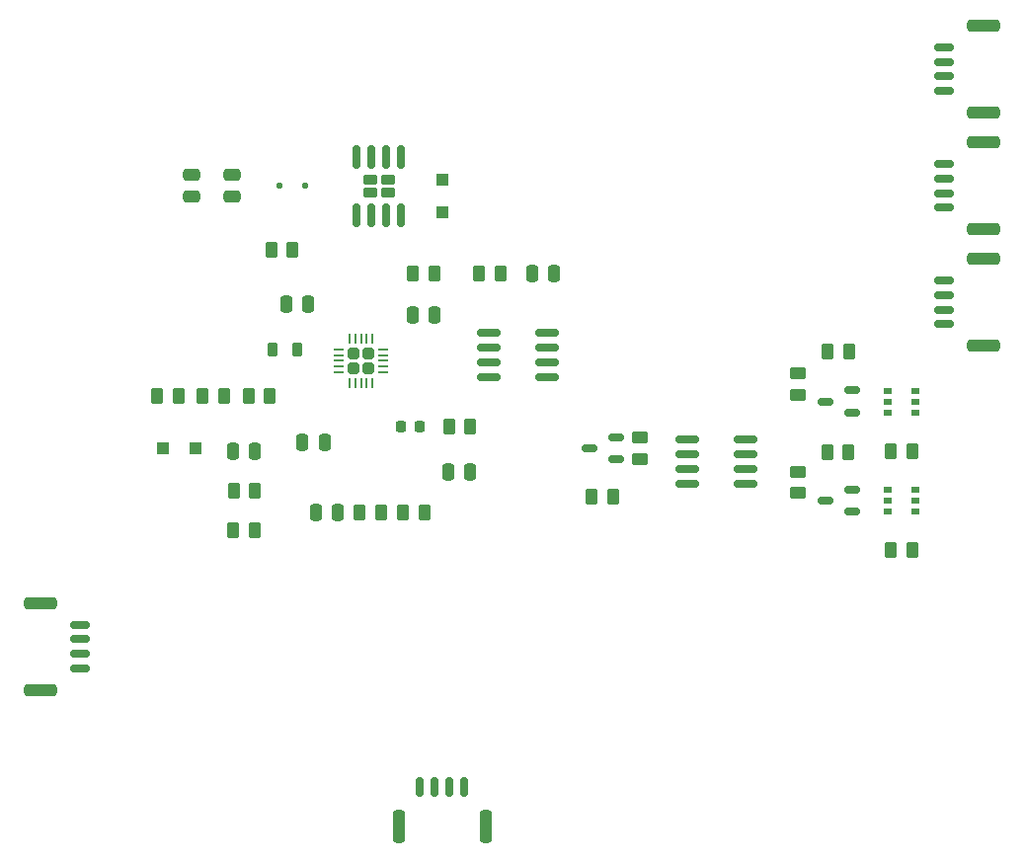
<source format=gbr>
%TF.GenerationSoftware,KiCad,Pcbnew,8.0.3*%
%TF.CreationDate,2024-09-23T14:32:18+01:00*%
%TF.ProjectId,Untitled,556e7469-746c-4656-942e-6b696361645f,rev?*%
%TF.SameCoordinates,Original*%
%TF.FileFunction,Paste,Bot*%
%TF.FilePolarity,Positive*%
%FSLAX46Y46*%
G04 Gerber Fmt 4.6, Leading zero omitted, Abs format (unit mm)*
G04 Created by KiCad (PCBNEW 8.0.3) date 2024-09-23 14:32:18*
%MOMM*%
%LPD*%
G01*
G04 APERTURE LIST*
G04 Aperture macros list*
%AMRoundRect*
0 Rectangle with rounded corners*
0 $1 Rounding radius*
0 $2 $3 $4 $5 $6 $7 $8 $9 X,Y pos of 4 corners*
0 Add a 4 corners polygon primitive as box body*
4,1,4,$2,$3,$4,$5,$6,$7,$8,$9,$2,$3,0*
0 Add four circle primitives for the rounded corners*
1,1,$1+$1,$2,$3*
1,1,$1+$1,$4,$5*
1,1,$1+$1,$6,$7*
1,1,$1+$1,$8,$9*
0 Add four rect primitives between the rounded corners*
20,1,$1+$1,$2,$3,$4,$5,0*
20,1,$1+$1,$4,$5,$6,$7,0*
20,1,$1+$1,$6,$7,$8,$9,0*
20,1,$1+$1,$8,$9,$2,$3,0*%
G04 Aperture macros list end*
%ADD10RoundRect,0.250000X0.255000X0.255000X-0.255000X0.255000X-0.255000X-0.255000X0.255000X-0.255000X0*%
%ADD11RoundRect,0.062500X0.350000X0.062500X-0.350000X0.062500X-0.350000X-0.062500X0.350000X-0.062500X0*%
%ADD12RoundRect,0.062500X0.062500X0.350000X-0.062500X0.350000X-0.062500X-0.350000X0.062500X-0.350000X0*%
%ADD13RoundRect,0.150000X0.512500X0.150000X-0.512500X0.150000X-0.512500X-0.150000X0.512500X-0.150000X0*%
%ADD14RoundRect,0.250000X0.262500X0.450000X-0.262500X0.450000X-0.262500X-0.450000X0.262500X-0.450000X0*%
%ADD15R,0.700000X0.510000*%
%ADD16RoundRect,0.250000X-0.450000X0.262500X-0.450000X-0.262500X0.450000X-0.262500X0.450000X0.262500X0*%
%ADD17RoundRect,0.250000X0.250000X0.475000X-0.250000X0.475000X-0.250000X-0.475000X0.250000X-0.475000X0*%
%ADD18RoundRect,0.250000X-0.250000X-0.475000X0.250000X-0.475000X0.250000X0.475000X-0.250000X0.475000X0*%
%ADD19RoundRect,0.250000X-0.262500X-0.450000X0.262500X-0.450000X0.262500X0.450000X-0.262500X0.450000X0*%
%ADD20RoundRect,0.250000X0.475000X-0.250000X0.475000X0.250000X-0.475000X0.250000X-0.475000X-0.250000X0*%
%ADD21RoundRect,0.150000X0.700000X-0.150000X0.700000X0.150000X-0.700000X0.150000X-0.700000X-0.150000X0*%
%ADD22RoundRect,0.250000X1.150000X-0.250000X1.150000X0.250000X-1.150000X0.250000X-1.150000X-0.250000X0*%
%ADD23RoundRect,0.250000X-0.300000X0.300000X-0.300000X-0.300000X0.300000X-0.300000X0.300000X0.300000X0*%
%ADD24RoundRect,0.150000X-0.150000X-0.700000X0.150000X-0.700000X0.150000X0.700000X-0.150000X0.700000X0*%
%ADD25RoundRect,0.250000X-0.250000X-1.150000X0.250000X-1.150000X0.250000X1.150000X-0.250000X1.150000X0*%
%ADD26RoundRect,0.150000X-0.825000X-0.150000X0.825000X-0.150000X0.825000X0.150000X-0.825000X0.150000X0*%
%ADD27RoundRect,0.230000X0.375000X-0.230000X0.375000X0.230000X-0.375000X0.230000X-0.375000X-0.230000X0*%
%ADD28RoundRect,0.150000X0.150000X-0.825000X0.150000X0.825000X-0.150000X0.825000X-0.150000X-0.825000X0*%
%ADD29RoundRect,0.150000X-0.700000X0.150000X-0.700000X-0.150000X0.700000X-0.150000X0.700000X0.150000X0*%
%ADD30RoundRect,0.250000X-1.150000X0.250000X-1.150000X-0.250000X1.150000X-0.250000X1.150000X0.250000X0*%
%ADD31RoundRect,0.250000X0.450000X-0.262500X0.450000X0.262500X-0.450000X0.262500X-0.450000X-0.262500X0*%
%ADD32RoundRect,0.250000X-0.300000X-0.300000X0.300000X-0.300000X0.300000X0.300000X-0.300000X0.300000X0*%
%ADD33RoundRect,0.125000X0.125000X0.125000X-0.125000X0.125000X-0.125000X-0.125000X0.125000X-0.125000X0*%
%ADD34RoundRect,0.218750X0.218750X0.381250X-0.218750X0.381250X-0.218750X-0.381250X0.218750X-0.381250X0*%
%ADD35RoundRect,0.218750X-0.218750X-0.256250X0.218750X-0.256250X0.218750X0.256250X-0.218750X0.256250X0*%
G04 APERTURE END LIST*
D10*
%TO.C,U12*%
X102687500Y-102135000D03*
X102687500Y-100885000D03*
X101437500Y-102135000D03*
X101437500Y-100885000D03*
D11*
X104000000Y-100510000D03*
X104000000Y-101010000D03*
X104000000Y-101510000D03*
X104000000Y-102010000D03*
X104000000Y-102510000D03*
D12*
X103062500Y-103447500D03*
X102562500Y-103447500D03*
X102062500Y-103447500D03*
X101562500Y-103447500D03*
X101062500Y-103447500D03*
D11*
X100125000Y-102510000D03*
X100125000Y-102010000D03*
X100125000Y-101510000D03*
X100125000Y-101010000D03*
X100125000Y-100510000D03*
D12*
X101062500Y-99572500D03*
X101562500Y-99572500D03*
X102062500Y-99572500D03*
X102562500Y-99572500D03*
X103062500Y-99572500D03*
%TD*%
D13*
%TO.C,Q1*%
X123920307Y-108050000D03*
X123920307Y-109950000D03*
X121645307Y-109000000D03*
%TD*%
D14*
%TO.C,R37*%
X107500000Y-114500000D03*
X105675000Y-114500000D03*
%TD*%
D15*
%TO.C,U7*%
X149571733Y-112554018D03*
X149571733Y-113504018D03*
X149571733Y-114454018D03*
X147251733Y-114454018D03*
X147251733Y-113504018D03*
X147251733Y-112554018D03*
%TD*%
D16*
%TO.C,R23*%
X139500000Y-102587500D03*
X139500000Y-104412500D03*
%TD*%
D17*
%TO.C,C39*%
X100061213Y-114530000D03*
X98161213Y-114530000D03*
%TD*%
D14*
%TO.C,R35*%
X96208091Y-91996654D03*
X94383091Y-91996654D03*
%TD*%
D18*
%TO.C,C31*%
X109550000Y-111010000D03*
X111450000Y-111010000D03*
%TD*%
%TO.C,C32*%
X97050000Y-108500000D03*
X98950000Y-108500000D03*
%TD*%
D19*
%TO.C,R34*%
X106500000Y-94010000D03*
X108325000Y-94010000D03*
%TD*%
%TO.C,R39*%
X84587500Y-104510000D03*
X86412500Y-104510000D03*
%TD*%
D20*
%TO.C,C37*%
X91010000Y-87410000D03*
X91010000Y-85510000D03*
%TD*%
D21*
%TO.C,J14*%
X152050000Y-88375000D03*
X152050000Y-87125000D03*
X152050000Y-85875000D03*
X152050000Y-84625000D03*
D22*
X155400000Y-90225000D03*
X155400000Y-82775000D03*
%TD*%
D14*
%TO.C,R24*%
X143891678Y-100736708D03*
X142066678Y-100736708D03*
%TD*%
D17*
%TO.C,C35*%
X118625000Y-94000000D03*
X116725000Y-94000000D03*
%TD*%
D18*
%TO.C,C33*%
X91082987Y-109270563D03*
X92982987Y-109270563D03*
%TD*%
D13*
%TO.C,Q2*%
X144137500Y-112550000D03*
X144137500Y-114450000D03*
X141862500Y-113500000D03*
%TD*%
D19*
%TO.C,R41*%
X112175000Y-94000000D03*
X114000000Y-94000000D03*
%TD*%
D23*
%TO.C,D17*%
X109000000Y-86010000D03*
X109000000Y-88810000D03*
%TD*%
D16*
%TO.C,R22*%
X139500000Y-111000000D03*
X139500000Y-112825000D03*
%TD*%
D19*
%TO.C,R32*%
X91140668Y-112652704D03*
X92965668Y-112652704D03*
%TD*%
D20*
%TO.C,C38*%
X87500000Y-87410000D03*
X87500000Y-85510000D03*
%TD*%
D21*
%TO.C,J13*%
X152050000Y-78375000D03*
X152050000Y-77125000D03*
X152050000Y-75875000D03*
X152050000Y-74625000D03*
D22*
X155400000Y-80225000D03*
X155400000Y-72775000D03*
%TD*%
D24*
%TO.C,J12*%
X107125000Y-138050000D03*
X108375000Y-138050000D03*
X109625000Y-138050000D03*
X110875000Y-138050000D03*
D25*
X105275000Y-141400000D03*
X112725000Y-141400000D03*
%TD*%
D21*
%TO.C,J15*%
X152050000Y-98375000D03*
X152050000Y-97125000D03*
X152050000Y-95875000D03*
X152050000Y-94625000D03*
D22*
X155400000Y-100225000D03*
X155400000Y-92775000D03*
%TD*%
D17*
%TO.C,C36*%
X97539548Y-96679218D03*
X95639548Y-96679218D03*
%TD*%
D13*
%TO.C,Q3*%
X144137500Y-104050000D03*
X144137500Y-105950000D03*
X141862500Y-105000000D03*
%TD*%
D26*
%TO.C,U13*%
X113025000Y-102915000D03*
X113025000Y-101645000D03*
X113025000Y-100375000D03*
X113025000Y-99105000D03*
X117975000Y-99105000D03*
X117975000Y-100375000D03*
X117975000Y-101645000D03*
X117975000Y-102915000D03*
%TD*%
D19*
%TO.C,R36*%
X101946856Y-114500000D03*
X103771856Y-114500000D03*
%TD*%
D14*
%TO.C,R31*%
X111442500Y-107130000D03*
X109617500Y-107130000D03*
%TD*%
%TO.C,R19*%
X123684124Y-113167818D03*
X121859124Y-113167818D03*
%TD*%
D27*
%TO.C,U15*%
X102845000Y-87105000D03*
X104345000Y-87105000D03*
X102845000Y-85965000D03*
X104345000Y-85965000D03*
D28*
X105500000Y-89010000D03*
X104230000Y-89010000D03*
X102960000Y-89010000D03*
X101690000Y-89010000D03*
X101690000Y-84060000D03*
X102960000Y-84060000D03*
X104230000Y-84060000D03*
X105500000Y-84060000D03*
%TD*%
D15*
%TO.C,U8*%
X149557222Y-104088394D03*
X149557222Y-105038394D03*
X149557222Y-105988394D03*
X147237222Y-105988394D03*
X147237222Y-105038394D03*
X147237222Y-104088394D03*
%TD*%
D29*
%TO.C,J11*%
X77950000Y-124125000D03*
X77950000Y-125375000D03*
X77950000Y-126625000D03*
X77950000Y-127875000D03*
D30*
X74600000Y-122275000D03*
X74600000Y-129725000D03*
%TD*%
D26*
%TO.C,U5*%
X130050000Y-112040000D03*
X130050000Y-110770000D03*
X130050000Y-109500000D03*
X130050000Y-108230000D03*
X135000000Y-108230000D03*
X135000000Y-109500000D03*
X135000000Y-110770000D03*
X135000000Y-112040000D03*
%TD*%
D31*
%TO.C,R20*%
X126013852Y-109908312D03*
X126013852Y-108083312D03*
%TD*%
D32*
%TO.C,D16*%
X85100000Y-109010000D03*
X87900000Y-109010000D03*
%TD*%
D19*
%TO.C,R33*%
X91087500Y-116000000D03*
X92912500Y-116000000D03*
%TD*%
D33*
%TO.C,D15*%
X97308091Y-86446654D03*
X95108091Y-86446654D03*
%TD*%
D14*
%TO.C,R38*%
X94237500Y-104510000D03*
X92412500Y-104510000D03*
%TD*%
%TO.C,R40*%
X90325000Y-104510000D03*
X88500000Y-104510000D03*
%TD*%
D34*
%TO.C,L4*%
X96562500Y-100510000D03*
X94437500Y-100510000D03*
%TD*%
D14*
%TO.C,R25*%
X149311813Y-117725241D03*
X147486813Y-117725241D03*
%TD*%
%TO.C,R21*%
X143861853Y-109326365D03*
X142036853Y-109326365D03*
%TD*%
D17*
%TO.C,C34*%
X108378151Y-97564613D03*
X106478151Y-97564613D03*
%TD*%
D35*
%TO.C,D14*%
X105500000Y-107130585D03*
X107075000Y-107130585D03*
%TD*%
D14*
%TO.C,R26*%
X149329068Y-109282187D03*
X147504068Y-109282187D03*
%TD*%
M02*

</source>
